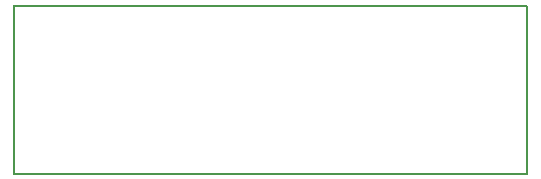
<source format=gbr>
G04 #@! TF.FileFunction,Profile,NP*
%FSLAX46Y46*%
G04 Gerber Fmt 4.6, Leading zero omitted, Abs format (unit mm)*
G04 Created by KiCad (PCBNEW 4.0.2-stable) date 17.08.2016 12:28:09*
%MOMM*%
G01*
G04 APERTURE LIST*
%ADD10C,0.100000*%
%ADD11C,0.150000*%
G04 APERTURE END LIST*
D10*
D11*
X31165800Y-28884880D02*
X31165800Y-28874720D01*
X74628000Y-28884880D02*
X31165800Y-28884880D01*
X74628000Y-43134280D02*
X74628000Y-28884880D01*
X31165800Y-43134280D02*
X74628000Y-43134280D01*
X31165800Y-28879800D02*
X31165800Y-43134280D01*
M02*

</source>
